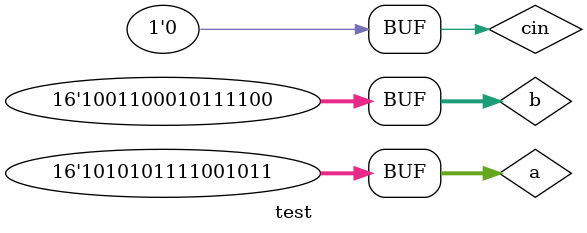
<source format=v>
`timescale 1ns / 1ps



module test();
parameter size=16;
parameter Gsize=4;
reg [size:1] a,b;
reg cin;
wire [size:1] sum;
wire cout;

cla #(size,Gsize) dut6(a,b,cin,sum,cout);

initial
begin
a=16'habcb;b=16'h98bc;cin=0;
//#10 a=16'h5;b=4'd4;cin=0;
//#10 a=4'd2;b=4'd3;cin=1;
//#10 a=4'd15;b=4'd1;cin=0;



end
   
endmodule
</source>
